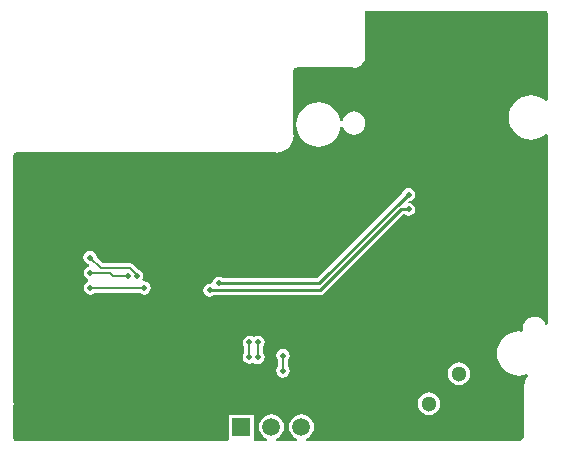
<source format=gbl>
%FSLAX25Y25*%
%MOIN*%
G70*
G01*
G75*
G04 Layer_Physical_Order=2*
G04 Layer_Color=16711680*
%ADD10R,0.07087X0.08661*%
%ADD11R,0.05906X0.02953*%
%ADD12R,0.11811X0.08268*%
%ADD13R,0.06693X0.02362*%
%ADD14R,0.10630X0.03937*%
%ADD15R,0.06299X0.08661*%
%ADD16R,0.03543X0.03740*%
%ADD17O,0.06693X0.01693*%
%ADD18R,0.01969X0.02165*%
%ADD19R,0.03000X0.03543*%
%ADD20R,0.16535X0.05512*%
%ADD21R,0.03937X0.05709*%
%ADD22R,0.04331X0.02362*%
%ADD23R,0.05315X0.07087*%
%ADD24R,0.02803X0.03600*%
%ADD25R,0.02804X0.03600*%
%ADD26R,0.02165X0.01969*%
%ADD27O,0.01378X0.06693*%
%ADD28R,0.04724X0.04331*%
%ADD29C,0.03000*%
%ADD30C,0.01500*%
%ADD31C,0.00800*%
%ADD32C,0.01000*%
%ADD33C,0.01200*%
%ADD34C,0.02000*%
%ADD35R,0.05118X0.05118*%
%ADD36C,0.05118*%
%ADD37R,0.05906X0.05906*%
%ADD38C,0.05906*%
%ADD39C,0.01969*%
G36*
X178520Y145017D02*
X179134Y144895D01*
X179370Y144941D01*
X179497Y144532D01*
X179497Y144532D01*
X179497D01*
X179619Y143918D01*
X179624Y143910D01*
Y115223D01*
X178901Y114881D01*
X178122Y115520D01*
X176845Y116203D01*
X175458Y116624D01*
X174016Y116766D01*
X172574Y116624D01*
X171187Y116203D01*
X169910Y115520D01*
X168790Y114601D01*
X167870Y113481D01*
X167188Y112203D01*
X166767Y110816D01*
X166625Y109374D01*
X166767Y107932D01*
X167188Y106546D01*
X167870Y105268D01*
X168790Y104148D01*
X169910Y103229D01*
X171187Y102546D01*
X172574Y102125D01*
X174016Y101983D01*
X175458Y102125D01*
X176845Y102546D01*
X178122Y103229D01*
X178901Y103868D01*
X179624Y103526D01*
Y40502D01*
X178840Y40346D01*
X178527Y41100D01*
X177916Y41896D01*
X177120Y42507D01*
X176192Y42892D01*
X175197Y43023D01*
X174202Y42892D01*
X173275Y42507D01*
X172478Y41896D01*
X171867Y41100D01*
X171483Y40173D01*
X171352Y39178D01*
X171428Y38601D01*
X170872Y38026D01*
X170079Y38104D01*
X168637Y37962D01*
X167251Y37541D01*
X165973Y36858D01*
X164853Y35939D01*
X163934Y34819D01*
X163251Y33541D01*
X162830Y32155D01*
X162688Y30713D01*
X162830Y29271D01*
X163251Y27885D01*
X163934Y26607D01*
X164853Y25487D01*
X165973Y24567D01*
X167251Y23884D01*
X168637Y23464D01*
X170079Y23322D01*
X171521Y23464D01*
X172552Y23776D01*
X173007Y23119D01*
X172460Y22406D01*
X171917Y21096D01*
X171732Y19689D01*
X171750D01*
Y15752D01*
Y3941D01*
X171750Y3941D01*
D01*
D01*
X171763Y3875D01*
X171587Y2990D01*
X171049Y2184D01*
X170242Y1646D01*
X169357Y1469D01*
X169292Y1483D01*
X99013D01*
X98857Y2267D01*
X99594Y2573D01*
X100462Y3238D01*
X101127Y4106D01*
X101546Y5116D01*
X101689Y6200D01*
X101546Y7284D01*
X101127Y8294D01*
X100462Y9162D01*
X99594Y9827D01*
X98584Y10246D01*
X97500Y10389D01*
X96416Y10246D01*
X95406Y9827D01*
X94538Y9162D01*
X93873Y8294D01*
X93454Y7284D01*
X93311Y6200D01*
X93454Y5116D01*
X93873Y4106D01*
X94538Y3238D01*
X95406Y2573D01*
X96143Y2267D01*
X95987Y1483D01*
X89013D01*
X88857Y2267D01*
X89594Y2573D01*
X90462Y3238D01*
X91127Y4106D01*
X91546Y5116D01*
X91689Y6200D01*
X91546Y7284D01*
X91127Y8294D01*
X90462Y9162D01*
X89594Y9827D01*
X88584Y10246D01*
X87500Y10389D01*
X86416Y10246D01*
X85406Y9827D01*
X84538Y9162D01*
X83873Y8294D01*
X83454Y7284D01*
X83311Y6200D01*
X83454Y5116D01*
X83873Y4106D01*
X84538Y3238D01*
X85406Y2573D01*
X86143Y2267D01*
X85987Y1483D01*
X81653D01*
Y2047D01*
X81653D01*
D01*
Y10353D01*
X73347D01*
Y2047D01*
D01*
D01*
D01*
X73347D01*
D01*
D01*
D01*
D01*
X72783Y1483D01*
X2591D01*
X2583Y1488D01*
X1969Y1610D01*
X1733Y1563D01*
X1606Y1973D01*
X1606Y1973D01*
X1606D01*
X1484Y2587D01*
X1478Y2595D01*
Y13161D01*
X1484Y13169D01*
X1606Y13784D01*
X1484Y14398D01*
X1478Y14406D01*
Y96626D01*
X1484Y96634D01*
X1606Y97249D01*
X1559Y97484D01*
X1969Y97611D01*
X1969Y97611D01*
Y97611D01*
X2583Y97733D01*
X2591Y97739D01*
X88787D01*
X88795Y97733D01*
X89410Y97611D01*
X90024Y97733D01*
X90151Y97818D01*
X90816Y97906D01*
X92126Y98448D01*
X93252Y99312D01*
X94115Y100437D01*
X94658Y101748D01*
X94745Y102413D01*
X94830Y102539D01*
X94952Y103154D01*
X94830Y103769D01*
X94825Y103776D01*
Y124933D01*
X94830Y124941D01*
X94952Y125556D01*
X94906Y125791D01*
X95315Y125918D01*
X95315Y125918D01*
Y125918D01*
X95930Y126040D01*
X95937Y126046D01*
X114575D01*
X114582Y126040D01*
X115197Y125918D01*
X115812Y126040D01*
X115970Y126146D01*
X116089Y126162D01*
X116921Y126506D01*
X117635Y127055D01*
X118183Y127769D01*
X118528Y128600D01*
X118543Y128720D01*
X118649Y128878D01*
X118771Y129493D01*
X118649Y130107D01*
X118644Y130115D01*
Y143910D01*
X118649Y143918D01*
X118771Y144532D01*
X118725Y144768D01*
X119134Y144895D01*
X119134Y144895D01*
Y144895D01*
X119749Y145017D01*
X119756Y145022D01*
X178512D01*
X178520Y145017D01*
D02*
G37*
%LPC*%
G36*
X91300Y32227D02*
X90448Y32057D01*
X89725Y31575D01*
X89243Y30852D01*
X89073Y30000D01*
X89243Y29148D01*
X89669Y28510D01*
Y26390D01*
X89243Y25752D01*
X89073Y24900D01*
X89243Y24048D01*
X89725Y23325D01*
X90448Y22842D01*
X91300Y22673D01*
X92152Y22842D01*
X92875Y23325D01*
X93357Y24048D01*
X93527Y24900D01*
X93357Y25752D01*
X92931Y26390D01*
Y28510D01*
X93357Y29148D01*
X93527Y30000D01*
X93357Y30852D01*
X92875Y31575D01*
X92152Y32057D01*
X91300Y32227D01*
D02*
G37*
G36*
X150000Y27792D02*
X149019Y27662D01*
X148104Y27283D01*
X147319Y26681D01*
X146716Y25896D01*
X146338Y24981D01*
X146209Y24000D01*
X146338Y23019D01*
X146716Y22104D01*
X147319Y21319D01*
X148104Y20717D01*
X149019Y20338D01*
X150000Y20209D01*
X150981Y20338D01*
X151896Y20717D01*
X152681Y21319D01*
X153284Y22104D01*
X153662Y23019D01*
X153791Y24000D01*
X153662Y24981D01*
X153284Y25896D01*
X152681Y26681D01*
X151896Y27283D01*
X150981Y27662D01*
X150000Y27792D01*
D02*
G37*
G36*
X140000Y17792D02*
X139019Y17662D01*
X138104Y17284D01*
X137319Y16681D01*
X136716Y15896D01*
X136338Y14981D01*
X136208Y14000D01*
X136338Y13019D01*
X136716Y12104D01*
X137319Y11319D01*
X138104Y10717D01*
X139019Y10338D01*
X140000Y10209D01*
X140981Y10338D01*
X141896Y10717D01*
X142681Y11319D01*
X143283Y12104D01*
X143662Y13019D01*
X143791Y14000D01*
X143662Y14981D01*
X143283Y15896D01*
X142681Y16681D01*
X141896Y17284D01*
X140981Y17662D01*
X140000Y17792D01*
D02*
G37*
G36*
X83000Y36627D02*
X82148Y36457D01*
X81550Y36058D01*
X80952Y36457D01*
X80100Y36627D01*
X79248Y36457D01*
X78525Y35975D01*
X78043Y35252D01*
X77873Y34400D01*
X78043Y33548D01*
X78469Y32910D01*
Y30990D01*
X78043Y30352D01*
X77873Y29500D01*
X78043Y28648D01*
X78525Y27925D01*
X79248Y27442D01*
X80100Y27273D01*
X80952Y27442D01*
X81475Y27792D01*
X82148Y27343D01*
X83000Y27173D01*
X83852Y27343D01*
X84575Y27825D01*
X85057Y28548D01*
X85227Y29400D01*
X85057Y30252D01*
X84631Y30890D01*
Y32910D01*
X85057Y33548D01*
X85227Y34400D01*
X85057Y35252D01*
X84575Y35975D01*
X83852Y36457D01*
X83000Y36627D01*
D02*
G37*
G36*
X103189Y114482D02*
X101747Y114340D01*
X100361Y113919D01*
X99083Y113236D01*
X97963Y112317D01*
X97044Y111197D01*
X96361Y109919D01*
X95940Y108533D01*
X95798Y107091D01*
X95940Y105649D01*
X96361Y104262D01*
X97044Y102985D01*
X97963Y101865D01*
X99083Y100945D01*
X100361Y100262D01*
X101747Y99842D01*
X103189Y99700D01*
X104631Y99842D01*
X106018Y100262D01*
X107295Y100945D01*
X108415Y101865D01*
X109335Y102985D01*
X110018Y104262D01*
X110438Y105649D01*
X110507Y106343D01*
X111298Y106461D01*
X111670Y105562D01*
X112281Y104766D01*
X113078Y104155D01*
X114005Y103771D01*
X114234Y103741D01*
X114386Y103639D01*
X115000Y103517D01*
X115615Y103639D01*
X115767Y103741D01*
X115995Y103771D01*
X116923Y104155D01*
X117719Y104766D01*
X118330Y105562D01*
X118714Y106490D01*
X118845Y107485D01*
X118714Y108480D01*
X118330Y109407D01*
X117719Y110204D01*
X116923Y110815D01*
X115995Y111199D01*
X115767Y111229D01*
X115615Y111330D01*
X115000Y111453D01*
X114386Y111330D01*
X114234Y111229D01*
X114005Y111199D01*
X113078Y110815D01*
X112281Y110204D01*
X111670Y109407D01*
X111286Y108480D01*
X111261Y108289D01*
X110461Y108302D01*
X110438Y108533D01*
X110018Y109919D01*
X109335Y111197D01*
X108415Y112317D01*
X107295Y113236D01*
X106018Y113919D01*
X104631Y114340D01*
X103189Y114482D01*
D02*
G37*
G36*
X133200Y85927D02*
X132348Y85757D01*
X131625Y85275D01*
X131142Y84552D01*
X131053Y84105D01*
X102782Y55833D01*
X71337D01*
X70852Y56157D01*
X70000Y56327D01*
X69148Y56157D01*
X68425Y55675D01*
X67943Y54952D01*
X67840Y54437D01*
X67175Y53992D01*
X67000Y54027D01*
X66148Y53857D01*
X65425Y53375D01*
X64943Y52652D01*
X64773Y51800D01*
X64943Y50948D01*
X65425Y50225D01*
X66148Y49742D01*
X67000Y49573D01*
X67852Y49742D01*
X68338Y50067D01*
X103746D01*
X104409Y50199D01*
X104971Y50574D01*
X131464Y77067D01*
X131862D01*
X132348Y76743D01*
X133200Y76573D01*
X134052Y76743D01*
X134775Y77225D01*
X135257Y77948D01*
X135427Y78800D01*
X135257Y79652D01*
X134775Y80375D01*
X134052Y80857D01*
X133200Y81027D01*
X133088Y81237D01*
X133355Y81504D01*
X134052Y81643D01*
X134775Y82125D01*
X135257Y82848D01*
X135427Y83700D01*
X135257Y84552D01*
X134775Y85275D01*
X134052Y85757D01*
X133200Y85927D01*
D02*
G37*
G36*
X27063Y64890D02*
X26211Y64720D01*
X25488Y64238D01*
X25005Y63515D01*
X24836Y62663D01*
X25005Y61811D01*
X25488Y61088D01*
X26211Y60605D01*
X26601Y60528D01*
Y59728D01*
X26248Y59658D01*
X25525Y59175D01*
X25043Y58452D01*
X24873Y57600D01*
X25043Y56748D01*
X25525Y56025D01*
X26248Y55542D01*
X26461Y55500D01*
Y54700D01*
X26248Y54658D01*
X25525Y54175D01*
X25043Y53452D01*
X24873Y52600D01*
X25043Y51748D01*
X25525Y51025D01*
X26248Y50542D01*
X27100Y50373D01*
X27952Y50542D01*
X28590Y50969D01*
X43610D01*
X44248Y50542D01*
X45100Y50373D01*
X45952Y50542D01*
X46675Y51025D01*
X47157Y51748D01*
X47327Y52600D01*
X47157Y53452D01*
X46675Y54175D01*
X45952Y54658D01*
X45100Y54827D01*
X44905Y54788D01*
X44461Y55453D01*
X44657Y55748D01*
X44827Y56600D01*
X44657Y57452D01*
X44175Y58175D01*
X43452Y58657D01*
X43185Y58711D01*
X41543Y60353D01*
X41013Y60707D01*
X40389Y60831D01*
X31201D01*
X29270Y62763D01*
X29120Y63515D01*
X28638Y64238D01*
X27915Y64720D01*
X27063Y64890D01*
D02*
G37*
%LPD*%
D31*
X27100Y52600D02*
X45100D01*
X80100Y29500D02*
Y29700D01*
Y29500D02*
Y34400D01*
X83000Y29400D02*
Y34400D01*
X91300Y24900D02*
Y30000D01*
X27063Y62663D02*
X30526Y59200D01*
X40389D01*
X42600Y56989D01*
Y56600D02*
Y56989D01*
X34700Y56700D02*
X39800D01*
X27100Y57600D02*
X33800D01*
X34700Y56700D01*
D32*
X70000Y54100D02*
X103500D01*
X133100Y83700D01*
X133200D01*
X130746Y78800D02*
X133200D01*
X67000Y51800D02*
X103746D01*
X130746Y78800D01*
D35*
X130000Y24000D02*
D03*
D36*
X150000D02*
D03*
X140000Y14000D02*
D03*
D37*
X77500Y6200D02*
D03*
D38*
X87500D02*
D03*
X97500D02*
D03*
X107500D02*
D03*
D39*
X83000Y29400D02*
D03*
X27100Y57600D02*
D03*
Y52600D02*
D03*
X27063Y62663D02*
D03*
X67000Y51800D02*
D03*
X70000Y54100D02*
D03*
X133200Y83700D02*
D03*
Y78800D02*
D03*
X45100Y52600D02*
D03*
X91300Y30000D02*
D03*
X83000Y34400D02*
D03*
X80100D02*
D03*
Y29500D02*
D03*
X91300Y24900D02*
D03*
X39800Y56700D02*
D03*
X42600Y56600D02*
D03*
X11811Y78740D02*
D03*
X19685D02*
D03*
X27559D02*
D03*
Y86614D02*
D03*
Y94488D02*
D03*
X41339Y78740D02*
D03*
Y86614D02*
D03*
Y94488D02*
D03*
X55118D02*
D03*
Y86614D02*
D03*
X65945Y76772D02*
D03*
X62992Y73819D02*
D03*
X65945D02*
D03*
X62992Y76772D02*
D03*
X68898Y73819D02*
D03*
X71850D02*
D03*
X65945Y70866D02*
D03*
X62992D02*
D03*
X45276Y67913D02*
D03*
X51181D02*
D03*
X57087D02*
D03*
Y72835D02*
D03*
X51181D02*
D03*
X57087Y77756D02*
D03*
X78740Y88583D02*
D03*
X74803D02*
D03*
X87402D02*
D03*
X67700Y96600D02*
D03*
X82400Y96400D02*
D03*
X100300Y98900D02*
D03*
X96457Y114173D02*
D03*
Y124016D02*
D03*
Y119095D02*
D03*
X103347Y124016D02*
D03*
X109252D02*
D03*
X115157D02*
D03*
X103347Y119095D02*
D03*
X109252D02*
D03*
X115157D02*
D03*
X109252Y114173D02*
D03*
X115157D02*
D03*
X121063Y143701D02*
D03*
X128937D02*
D03*
X136811D02*
D03*
X144685D02*
D03*
X152559D02*
D03*
X160433D02*
D03*
X169291D02*
D03*
X177165D02*
D03*
Y136811D02*
D03*
Y129921D02*
D03*
Y123031D02*
D03*
X160433Y136811D02*
D03*
Y129921D02*
D03*
Y123031D02*
D03*
X146653Y139764D02*
D03*
Y131890D02*
D03*
Y124016D02*
D03*
Y117126D02*
D03*
Y110236D02*
D03*
X149606Y107283D02*
D03*
X153543D02*
D03*
X157480D02*
D03*
X177165Y98425D02*
D03*
Y89567D02*
D03*
Y81693D02*
D03*
Y72835D02*
D03*
Y64961D02*
D03*
Y55118D02*
D03*
Y46260D02*
D03*
X168307D02*
D03*
X160433D02*
D03*
Y39370D02*
D03*
Y32480D02*
D03*
Y24606D02*
D03*
Y17717D02*
D03*
X170276D02*
D03*
Y10827D02*
D03*
Y3937D02*
D03*
X160433D02*
D03*
Y10827D02*
D03*
X140748Y101378D02*
D03*
Y98425D02*
D03*
X143701Y101378D02*
D03*
Y98425D02*
D03*
X144685Y94488D02*
D03*
X147638D02*
D03*
X144685Y91535D02*
D03*
X147638D02*
D03*
X27165Y47638D02*
D03*
X7874Y64961D02*
D03*
X11811D02*
D03*
X7874Y61024D02*
D03*
X11811D02*
D03*
X7874Y57087D02*
D03*
X11811D02*
D03*
X7874Y53150D02*
D03*
X11811D02*
D03*
Y49213D02*
D03*
X15748D02*
D03*
X3937Y43307D02*
D03*
Y35433D02*
D03*
Y27559D02*
D03*
Y19685D02*
D03*
Y11811D02*
D03*
Y3937D02*
D03*
X11811Y19685D02*
D03*
Y11811D02*
D03*
Y3937D02*
D03*
X19685D02*
D03*
X27559D02*
D03*
X35433D02*
D03*
X27559Y27559D02*
D03*
X35433D02*
D03*
X27559Y35433D02*
D03*
X35433D02*
D03*
X45276Y23622D02*
D03*
X53150D02*
D03*
X45276Y15748D02*
D03*
X53150D02*
D03*
X74200Y31000D02*
D03*
X59400Y4400D02*
D03*
X93800Y17900D02*
D03*
X105200Y17800D02*
D03*
X114173Y21654D02*
D03*
X118110D02*
D03*
X114173Y17717D02*
D03*
X118110D02*
D03*
X124016Y25591D02*
D03*
Y21654D02*
D03*
Y17717D02*
D03*
Y29528D02*
D03*
X116300Y53000D02*
D03*
X109500Y40400D02*
D03*
X141200Y59600D02*
D03*
X141300Y52500D02*
D03*
X144400D02*
D03*
X141200Y49500D02*
D03*
X144400Y49400D02*
D03*
X129921Y39370D02*
D03*
X137795D02*
D03*
X145669D02*
D03*
X153543D02*
D03*
X115157Y2953D02*
D03*
X119095D02*
D03*
X132874D02*
D03*
X115157Y6890D02*
D03*
X119095D02*
D03*
X137795Y2953D02*
D03*
X142717D02*
D03*
X147638D02*
D03*
X160433Y116142D02*
D03*
Y109252D02*
D03*
Y101378D02*
D03*
Y93504D02*
D03*
Y86614D02*
D03*
Y78740D02*
D03*
Y69882D02*
D03*
Y61024D02*
D03*
Y54134D02*
D03*
X146653Y86614D02*
D03*
Y78740D02*
D03*
X140748Y70866D02*
D03*
X134843D02*
D03*
X13780Y94488D02*
D03*
Y86614D02*
D03*
X69900Y31000D02*
D03*
X73200Y15800D02*
D03*
X104600Y26000D02*
D03*
X94000Y49200D02*
D03*
X91100D02*
D03*
X65600Y55800D02*
D03*
X56700D02*
D03*
X48600Y55700D02*
D03*
X113000Y56000D02*
D03*
X144300Y59600D02*
D03*
X95400Y92200D02*
D03*
X97300Y98900D02*
D03*
X94500D02*
D03*
M02*

</source>
